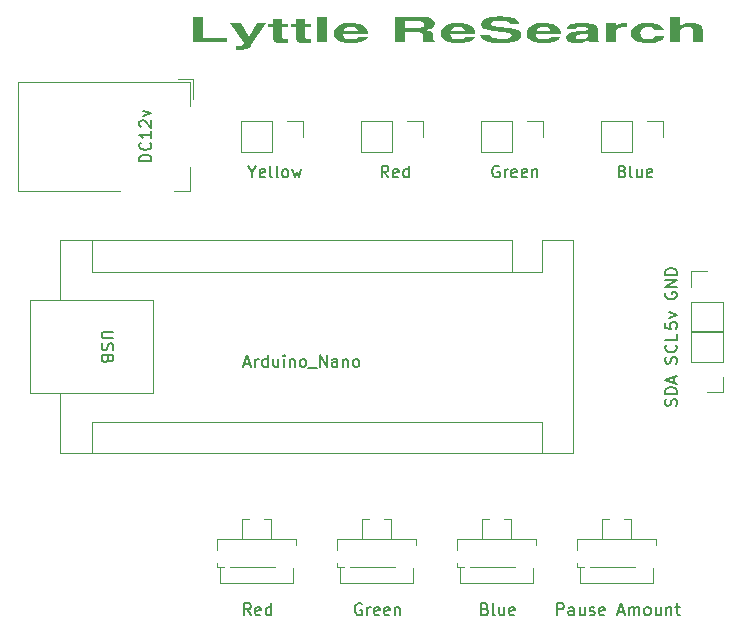
<source format=gbr>
%TF.GenerationSoftware,KiCad,Pcbnew,8.0.4*%
%TF.CreationDate,2024-08-02T12:11:39-04:00*%
%TF.ProjectId,LaserController5,4c617365-7243-46f6-9e74-726f6c6c6572,rev?*%
%TF.SameCoordinates,Original*%
%TF.FileFunction,Legend,Top*%
%TF.FilePolarity,Positive*%
%FSLAX46Y46*%
G04 Gerber Fmt 4.6, Leading zero omitted, Abs format (unit mm)*
G04 Created by KiCad (PCBNEW 8.0.4) date 2024-08-02 12:11:39*
%MOMM*%
%LPD*%
G01*
G04 APERTURE LIST*
%ADD10C,0.300000*%
%ADD11C,0.150000*%
%ADD12C,0.120000*%
G04 APERTURE END LIST*
D10*
G36*
X122461574Y-71136468D02*
G01*
X122461574Y-72941911D01*
X124474379Y-72941911D01*
X124474379Y-73303000D01*
X121596368Y-73303000D01*
X121596368Y-71136468D01*
X122461574Y-71136468D01*
G37*
G36*
X125904372Y-73337364D02*
G01*
X125904372Y-73325568D01*
X124745757Y-71694514D01*
X125633995Y-71694514D01*
X126319951Y-72835226D01*
X126965852Y-71694514D01*
X127797010Y-71694514D01*
X126516225Y-73553812D01*
X126493193Y-73593307D01*
X126455140Y-73642546D01*
X126409076Y-73695376D01*
X126342983Y-73752822D01*
X126250855Y-73804113D01*
X126120674Y-73854891D01*
X125956445Y-73891307D01*
X125758180Y-73917484D01*
X125743147Y-73918491D01*
X125539763Y-73926305D01*
X125477778Y-73926698D01*
X125277371Y-73920074D01*
X125189376Y-73913875D01*
X125189376Y-73580997D01*
X125391747Y-73598368D01*
X125402673Y-73598436D01*
X125609800Y-73577156D01*
X125760171Y-73523038D01*
X125872687Y-73433084D01*
X125904372Y-73337364D01*
G37*
G36*
X129612540Y-71760166D02*
G01*
X129612540Y-72022776D01*
X129162914Y-72022776D01*
X129162914Y-72870103D01*
X129183254Y-72972605D01*
X129214986Y-73007563D01*
X129408557Y-73040261D01*
X129428283Y-73040390D01*
X129612540Y-73031670D01*
X129612540Y-73334800D01*
X129412251Y-73359098D01*
X129212326Y-73368123D01*
X129145890Y-73368652D01*
X128917984Y-73359561D01*
X128695487Y-73324651D01*
X128528614Y-73263559D01*
X128417365Y-73176284D01*
X128361740Y-73062826D01*
X128354787Y-72996279D01*
X128354787Y-72022776D01*
X127957233Y-72022776D01*
X127957233Y-71760166D01*
X128354787Y-71760166D01*
X128354787Y-71333425D01*
X129162914Y-71333425D01*
X129162914Y-71760166D01*
X129612540Y-71760166D01*
G37*
G36*
X131551242Y-71760166D02*
G01*
X131551242Y-72022776D01*
X131101616Y-72022776D01*
X131101616Y-72870103D01*
X131121956Y-72972605D01*
X131153688Y-73007563D01*
X131347259Y-73040261D01*
X131366985Y-73040390D01*
X131551242Y-73031670D01*
X131551242Y-73334800D01*
X131350953Y-73359098D01*
X131151028Y-73368123D01*
X131084592Y-73368652D01*
X130856686Y-73359561D01*
X130634189Y-73324651D01*
X130467316Y-73263559D01*
X130356067Y-73176284D01*
X130300442Y-73062826D01*
X130293489Y-72996279D01*
X130293489Y-72022776D01*
X129895935Y-72022776D01*
X129895935Y-71760166D01*
X130293489Y-71760166D01*
X130293489Y-71333425D01*
X131101616Y-71333425D01*
X131101616Y-71760166D01*
X131551242Y-71760166D01*
G37*
G36*
X132896117Y-71136468D02*
G01*
X132896117Y-73303000D01*
X132087990Y-73303000D01*
X132087990Y-71136468D01*
X132896117Y-71136468D01*
G37*
G36*
X135147493Y-71668346D02*
G01*
X135328507Y-71685281D01*
X135521025Y-71718492D01*
X135705604Y-71767096D01*
X135718050Y-71770937D01*
X135882451Y-71831819D01*
X136026918Y-71905857D01*
X136064533Y-71929427D01*
X136175047Y-72017684D01*
X136260924Y-72117485D01*
X136303866Y-72183830D01*
X136352449Y-72287073D01*
X136383039Y-72399332D01*
X136395185Y-72508074D01*
X136395995Y-72545944D01*
X136389986Y-72613648D01*
X134302076Y-72613648D01*
X134317019Y-72720318D01*
X134333119Y-72774702D01*
X134394705Y-72874046D01*
X134425248Y-72906520D01*
X134560812Y-72986726D01*
X134621521Y-73006025D01*
X134820848Y-73036329D01*
X134947976Y-73040390D01*
X135159646Y-73030131D01*
X135351991Y-72994067D01*
X135508850Y-72923542D01*
X135564836Y-72876258D01*
X136360946Y-72876258D01*
X136278581Y-72983136D01*
X136163671Y-73078601D01*
X136016215Y-73162655D01*
X135836214Y-73235295D01*
X135658150Y-73287258D01*
X135467435Y-73326457D01*
X135264069Y-73352894D01*
X135048053Y-73366568D01*
X134918936Y-73368652D01*
X134718642Y-73363180D01*
X134496426Y-73342166D01*
X134293996Y-73305393D01*
X134111350Y-73252860D01*
X133948491Y-73184567D01*
X133874480Y-73144510D01*
X133745159Y-73054579D01*
X133642595Y-72952890D01*
X133566786Y-72839445D01*
X133524050Y-72735926D01*
X133499896Y-72624243D01*
X133493950Y-72529018D01*
X133503387Y-72407352D01*
X133517452Y-72351039D01*
X134313092Y-72351039D01*
X135553821Y-72351039D01*
X135518473Y-72241245D01*
X135444823Y-72142899D01*
X135365558Y-72083812D01*
X135203348Y-72019649D01*
X135010161Y-71992242D01*
X134924944Y-71989950D01*
X134714261Y-72007229D01*
X134526171Y-72069291D01*
X134407696Y-72160621D01*
X134340395Y-72266408D01*
X134313092Y-72351039D01*
X133517452Y-72351039D01*
X133531698Y-72294001D01*
X133578883Y-72188965D01*
X133660418Y-72073897D01*
X133769132Y-71970802D01*
X133880489Y-71894036D01*
X134035369Y-71815074D01*
X134210104Y-71752449D01*
X134404696Y-71706160D01*
X134619143Y-71676209D01*
X134853446Y-71662595D01*
X134935960Y-71661688D01*
X135147493Y-71668346D01*
G37*
G36*
X141131022Y-71143135D02*
G01*
X141337700Y-71165614D01*
X141476075Y-71192888D01*
X141658192Y-71249128D01*
X141804397Y-71324637D01*
X141827565Y-71341632D01*
X141929206Y-71433956D01*
X141997802Y-71527305D01*
X142038433Y-71628660D01*
X142049875Y-71721698D01*
X142032541Y-71840509D01*
X141980540Y-71946898D01*
X141893871Y-72040864D01*
X141744108Y-72137227D01*
X141581171Y-72203865D01*
X141383566Y-72258082D01*
X141339885Y-72267434D01*
X141528022Y-72308403D01*
X141570206Y-72318725D01*
X141723420Y-72381813D01*
X141827565Y-72461314D01*
X141871501Y-72562663D01*
X141879637Y-72590568D01*
X141902274Y-72695351D01*
X141910681Y-72775728D01*
X141916313Y-72880592D01*
X141920820Y-72992234D01*
X141922697Y-73046032D01*
X141963403Y-73146845D01*
X142107955Y-73223498D01*
X142107955Y-73303000D01*
X141178660Y-73303000D01*
X141096802Y-73204671D01*
X141072512Y-73155281D01*
X141051460Y-73050335D01*
X141046501Y-72943051D01*
X141046476Y-72933704D01*
X141048843Y-72830341D01*
X141051483Y-72795219D01*
X141057491Y-72706485D01*
X141033149Y-72601986D01*
X140930314Y-72510041D01*
X140752164Y-72462816D01*
X140539242Y-72449576D01*
X140521745Y-72449517D01*
X139529362Y-72449517D01*
X139529362Y-73303000D01*
X138664156Y-73303000D01*
X138664156Y-72088429D01*
X139529362Y-72088429D01*
X140572816Y-72088429D01*
X140780950Y-72080134D01*
X140980124Y-72046437D01*
X141031455Y-72029444D01*
X141146365Y-71939300D01*
X141182275Y-71830796D01*
X141184669Y-71786838D01*
X141166919Y-71680763D01*
X141085507Y-71580656D01*
X141034459Y-71555002D01*
X140844444Y-71511918D01*
X140629963Y-71498061D01*
X140572816Y-71497556D01*
X139529362Y-71497556D01*
X139529362Y-72088429D01*
X138664156Y-72088429D01*
X138664156Y-71136468D01*
X140919299Y-71136468D01*
X141131022Y-71143135D01*
G37*
G36*
X144228149Y-71668346D02*
G01*
X144409163Y-71685281D01*
X144601681Y-71718492D01*
X144786260Y-71767096D01*
X144798706Y-71770937D01*
X144963107Y-71831819D01*
X145107574Y-71905857D01*
X145145189Y-71929427D01*
X145255703Y-72017684D01*
X145341580Y-72117485D01*
X145384522Y-72183830D01*
X145433105Y-72287073D01*
X145463695Y-72399332D01*
X145475841Y-72508074D01*
X145476651Y-72545944D01*
X145470642Y-72613648D01*
X143382732Y-72613648D01*
X143397675Y-72720318D01*
X143413775Y-72774702D01*
X143475361Y-72874046D01*
X143505904Y-72906520D01*
X143641468Y-72986726D01*
X143702177Y-73006025D01*
X143901504Y-73036329D01*
X144028632Y-73040390D01*
X144240302Y-73030131D01*
X144432647Y-72994067D01*
X144589506Y-72923542D01*
X144645492Y-72876258D01*
X145441602Y-72876258D01*
X145359237Y-72983136D01*
X145244327Y-73078601D01*
X145096871Y-73162655D01*
X144916870Y-73235295D01*
X144738806Y-73287258D01*
X144548091Y-73326457D01*
X144344725Y-73352894D01*
X144128709Y-73366568D01*
X143999592Y-73368652D01*
X143799298Y-73363180D01*
X143577082Y-73342166D01*
X143374652Y-73305393D01*
X143192006Y-73252860D01*
X143029147Y-73184567D01*
X142955136Y-73144510D01*
X142825815Y-73054579D01*
X142723251Y-72952890D01*
X142647442Y-72839445D01*
X142604706Y-72735926D01*
X142580552Y-72624243D01*
X142574606Y-72529018D01*
X142584043Y-72407352D01*
X142598108Y-72351039D01*
X143393748Y-72351039D01*
X144634477Y-72351039D01*
X144599129Y-72241245D01*
X144525479Y-72142899D01*
X144446214Y-72083812D01*
X144284004Y-72019649D01*
X144090817Y-71992242D01*
X144005600Y-71989950D01*
X143794917Y-72007229D01*
X143606827Y-72069291D01*
X143488352Y-72160621D01*
X143421051Y-72266408D01*
X143393748Y-72351039D01*
X142598108Y-72351039D01*
X142612354Y-72294001D01*
X142659539Y-72188965D01*
X142741074Y-72073897D01*
X142849788Y-71970802D01*
X142961145Y-71894036D01*
X143116025Y-71815074D01*
X143290760Y-71752449D01*
X143485352Y-71706160D01*
X143699799Y-71676209D01*
X143934102Y-71662595D01*
X144016616Y-71661688D01*
X144228149Y-71668346D01*
G37*
G36*
X149235890Y-71792993D02*
G01*
X148428765Y-71792993D01*
X148383714Y-71681435D01*
X148260940Y-71580455D01*
X148095522Y-71518906D01*
X147874550Y-71480438D01*
X147647970Y-71466012D01*
X147546535Y-71464730D01*
X147332919Y-71473397D01*
X147137131Y-71502621D01*
X147015796Y-71538076D01*
X146874916Y-71617289D01*
X146820289Y-71718366D01*
X146819522Y-71733495D01*
X146861330Y-71837744D01*
X146986755Y-71911475D01*
X147171221Y-71956873D01*
X147379246Y-71989491D01*
X147587066Y-72014143D01*
X147615632Y-72017134D01*
X148272547Y-72080222D01*
X148479942Y-72104962D01*
X148693692Y-72140936D01*
X148877062Y-72184567D01*
X149049427Y-72243808D01*
X149120729Y-72277180D01*
X149249009Y-72363715D01*
X149335306Y-72468102D01*
X149376770Y-72575877D01*
X149386099Y-72665965D01*
X149370081Y-72784766D01*
X149322026Y-72893433D01*
X149241933Y-72991966D01*
X149129805Y-73080365D01*
X148985639Y-73158629D01*
X148930464Y-73182466D01*
X148747033Y-73245740D01*
X148538465Y-73295923D01*
X148345456Y-73327742D01*
X148134992Y-73350470D01*
X147907072Y-73364106D01*
X147661696Y-73368652D01*
X147417982Y-73364319D01*
X147191920Y-73351321D01*
X146983509Y-73329658D01*
X146756717Y-73292223D01*
X146555342Y-73242311D01*
X146406947Y-73191185D01*
X146253722Y-73119117D01*
X146129013Y-73036014D01*
X146032820Y-72941875D01*
X145965144Y-72836700D01*
X145925984Y-72720490D01*
X145919267Y-72679301D01*
X146761441Y-72679301D01*
X146803190Y-72780350D01*
X146907843Y-72870126D01*
X147026811Y-72923446D01*
X147216611Y-72971337D01*
X147429407Y-72997624D01*
X147653700Y-73007235D01*
X147707760Y-73007563D01*
X147915498Y-73001559D01*
X148115660Y-72980802D01*
X148313255Y-72936323D01*
X148327624Y-72931653D01*
X148475451Y-72860410D01*
X148550368Y-72762292D01*
X148555942Y-72721872D01*
X148516556Y-72614507D01*
X148387720Y-72528306D01*
X148376692Y-72523889D01*
X148189887Y-72471621D01*
X147989060Y-72437981D01*
X147792630Y-72415181D01*
X147765841Y-72412588D01*
X147177020Y-72354629D01*
X146950017Y-72328657D01*
X146748924Y-72297672D01*
X146547064Y-72255187D01*
X146359553Y-72198278D01*
X146265750Y-72158184D01*
X146134567Y-72073430D01*
X146046316Y-71969768D01*
X146003913Y-71861753D01*
X145994372Y-71770937D01*
X146009053Y-71656560D01*
X146053095Y-71552318D01*
X146141586Y-71443509D01*
X146270041Y-71348494D01*
X146411954Y-71278031D01*
X146580787Y-71218766D01*
X146773348Y-71171762D01*
X146989638Y-71137021D01*
X147188005Y-71117436D01*
X147402851Y-71106366D01*
X147586591Y-71103642D01*
X147788890Y-71106910D01*
X147997399Y-71117601D01*
X148010182Y-71118516D01*
X148208138Y-71138854D01*
X148402824Y-71170242D01*
X148445789Y-71178526D01*
X148635244Y-71223574D01*
X148811432Y-71283170D01*
X148843343Y-71296496D01*
X148988022Y-71376580D01*
X149093833Y-71465860D01*
X149122732Y-71497043D01*
X149191688Y-71598768D01*
X149226939Y-71701773D01*
X149235890Y-71792993D01*
G37*
G36*
X151478253Y-71668346D02*
G01*
X151659267Y-71685281D01*
X151851786Y-71718492D01*
X152036364Y-71767096D01*
X152048810Y-71770937D01*
X152213211Y-71831819D01*
X152357678Y-71905857D01*
X152395293Y-71929427D01*
X152505808Y-72017684D01*
X152591685Y-72117485D01*
X152634627Y-72183830D01*
X152683210Y-72287073D01*
X152713800Y-72399332D01*
X152725945Y-72508074D01*
X152726755Y-72545944D01*
X152720747Y-72613648D01*
X150632837Y-72613648D01*
X150647780Y-72720318D01*
X150663880Y-72774702D01*
X150725466Y-72874046D01*
X150756009Y-72906520D01*
X150891572Y-72986726D01*
X150952282Y-73006025D01*
X151151609Y-73036329D01*
X151278737Y-73040390D01*
X151490407Y-73030131D01*
X151682751Y-72994067D01*
X151839611Y-72923542D01*
X151895597Y-72876258D01*
X152691706Y-72876258D01*
X152609342Y-72983136D01*
X152494431Y-73078601D01*
X152346976Y-73162655D01*
X152166975Y-73235295D01*
X151988910Y-73287258D01*
X151798195Y-73326457D01*
X151594830Y-73352894D01*
X151378814Y-73366568D01*
X151249697Y-73368652D01*
X151049403Y-73363180D01*
X150827187Y-73342166D01*
X150624756Y-73305393D01*
X150442111Y-73252860D01*
X150279251Y-73184567D01*
X150205241Y-73144510D01*
X150075920Y-73054579D01*
X149973355Y-72952890D01*
X149897546Y-72839445D01*
X149854811Y-72735926D01*
X149830656Y-72624243D01*
X149824711Y-72529018D01*
X149834148Y-72407352D01*
X149848212Y-72351039D01*
X150643852Y-72351039D01*
X151884581Y-72351039D01*
X151849233Y-72241245D01*
X151775584Y-72142899D01*
X151696319Y-72083812D01*
X151534109Y-72019649D01*
X151340921Y-71992242D01*
X151255705Y-71989950D01*
X151045022Y-72007229D01*
X150856931Y-72069291D01*
X150738457Y-72160621D01*
X150671156Y-72266408D01*
X150643852Y-72351039D01*
X149848212Y-72351039D01*
X149862458Y-72294001D01*
X149909643Y-72188965D01*
X149991179Y-72073897D01*
X150099893Y-71970802D01*
X150211249Y-71894036D01*
X150366129Y-71815074D01*
X150540865Y-71752449D01*
X150735456Y-71706160D01*
X150949904Y-71676209D01*
X151184207Y-71662595D01*
X151266720Y-71661688D01*
X151478253Y-71668346D01*
G37*
G36*
X154799143Y-71665988D02*
G01*
X155004551Y-71678890D01*
X155243572Y-71709472D01*
X155442755Y-71755346D01*
X155635715Y-71834191D01*
X155766429Y-71936928D01*
X155826184Y-72036320D01*
X155846103Y-72151004D01*
X155846103Y-73060906D01*
X155892167Y-73162847D01*
X156019023Y-73247935D01*
X156030360Y-73253247D01*
X156030360Y-73303000D01*
X155154138Y-73303000D01*
X155072896Y-73208805D01*
X155062010Y-73145536D01*
X154898763Y-73221361D01*
X154728968Y-73281497D01*
X154522597Y-73331829D01*
X154307314Y-73360808D01*
X154115691Y-73368652D01*
X153912783Y-73360477D01*
X153709349Y-73331739D01*
X153532214Y-73282309D01*
X153428734Y-73237860D01*
X153303359Y-73157388D01*
X153219016Y-73063689D01*
X153175704Y-72956764D01*
X153169372Y-72891646D01*
X153176154Y-72842919D01*
X153977498Y-72842919D01*
X154028388Y-72946402D01*
X154095663Y-72987560D01*
X154276227Y-73032960D01*
X154416110Y-73040390D01*
X154625746Y-73026325D01*
X154808991Y-72979344D01*
X154888768Y-72940372D01*
X154997045Y-72844724D01*
X155045549Y-72741972D01*
X155056002Y-72654681D01*
X155056002Y-72539277D01*
X154860125Y-72573851D01*
X154715527Y-72591080D01*
X154439142Y-72618265D01*
X154245333Y-72646763D01*
X154080642Y-72697253D01*
X153987571Y-72788362D01*
X153977498Y-72842919D01*
X153176154Y-72842919D01*
X153183705Y-72788663D01*
X153241930Y-72675397D01*
X153344945Y-72579312D01*
X153492749Y-72500407D01*
X153685341Y-72438682D01*
X153922723Y-72394138D01*
X154086651Y-72375658D01*
X154410101Y-72345397D01*
X154525262Y-72337703D01*
X154657446Y-72325393D01*
X154769602Y-72312057D01*
X154887767Y-72290515D01*
X154971884Y-72258715D01*
X155037976Y-72213066D01*
X155056002Y-72154081D01*
X154990238Y-72054064D01*
X154814412Y-72002933D01*
X154588350Y-71989950D01*
X154374491Y-71996976D01*
X154175511Y-72029902D01*
X154167764Y-72032521D01*
X154048406Y-72118217D01*
X154017554Y-72186907D01*
X153239470Y-72186907D01*
X153276709Y-72063809D01*
X153350875Y-71957124D01*
X153461967Y-71866852D01*
X153609986Y-71792993D01*
X153794931Y-71735547D01*
X154016803Y-71694514D01*
X154275601Y-71669894D01*
X154493933Y-71662200D01*
X154571326Y-71661688D01*
X154799143Y-71665988D01*
G37*
G36*
X156562101Y-71694514D02*
G01*
X157370227Y-71694514D01*
X157370227Y-71962253D01*
X157469849Y-71871215D01*
X157606328Y-71789458D01*
X157727725Y-71740163D01*
X157907085Y-71692342D01*
X158116328Y-71665443D01*
X158235433Y-71661688D01*
X158333570Y-71664252D01*
X158333570Y-72034573D01*
X158129036Y-72023341D01*
X158079215Y-72022776D01*
X157874966Y-72032155D01*
X157675563Y-72068171D01*
X157505932Y-72144330D01*
X157414539Y-72238872D01*
X157372996Y-72360425D01*
X157370227Y-72406946D01*
X157370227Y-73303000D01*
X156562101Y-73303000D01*
X156562101Y-71694514D01*
G37*
G36*
X160130073Y-71989950D02*
G01*
X159906825Y-72008847D01*
X159729765Y-72065540D01*
X159598896Y-72160028D01*
X159525121Y-72267639D01*
X159489196Y-72372625D01*
X159473799Y-72494409D01*
X159473158Y-72527480D01*
X159484111Y-72640833D01*
X159522616Y-72753028D01*
X159597917Y-72858655D01*
X159648402Y-72903956D01*
X159784835Y-72981632D01*
X159968490Y-73029597D01*
X160130073Y-73040390D01*
X160329468Y-73026978D01*
X160499588Y-72979353D01*
X160624424Y-72892065D01*
X160697384Y-72795036D01*
X160706877Y-72777780D01*
X161479955Y-72777780D01*
X161440176Y-72891711D01*
X161370783Y-72994745D01*
X161271777Y-73086881D01*
X161143157Y-73168120D01*
X161056364Y-73209650D01*
X160886528Y-73271605D01*
X160697716Y-73318343D01*
X160489928Y-73349864D01*
X160263165Y-73366168D01*
X160125066Y-73368652D01*
X159916333Y-73363267D01*
X159685668Y-73342591D01*
X159476619Y-73306407D01*
X159289186Y-73254715D01*
X159123369Y-73187516D01*
X159048566Y-73148101D01*
X158918224Y-73058926D01*
X158814850Y-72957202D01*
X158738442Y-72842927D01*
X158695370Y-72738111D01*
X158671024Y-72624580D01*
X158665032Y-72527480D01*
X158674469Y-72403292D01*
X158702779Y-72288145D01*
X158749964Y-72182039D01*
X158816023Y-72084975D01*
X158920208Y-71980431D01*
X159051570Y-71888907D01*
X159207471Y-71811688D01*
X159385270Y-71750445D01*
X159584966Y-71705179D01*
X159806560Y-71675889D01*
X160007949Y-71663685D01*
X160136082Y-71661688D01*
X160346821Y-71667205D01*
X160572927Y-71687591D01*
X160777757Y-71722996D01*
X160961312Y-71773423D01*
X161079397Y-71818638D01*
X161221782Y-71892872D01*
X161333501Y-71978690D01*
X161414551Y-72076093D01*
X161464934Y-72185080D01*
X161479955Y-72252560D01*
X160706877Y-72252560D01*
X160640655Y-72150667D01*
X160531472Y-72062447D01*
X160507600Y-72050473D01*
X160324567Y-72001535D01*
X160130073Y-71989950D01*
G37*
G36*
X163936378Y-72320264D02*
G01*
X163912659Y-72204348D01*
X163827462Y-72106735D01*
X163657552Y-72041369D01*
X163440688Y-72022776D01*
X163235893Y-72037505D01*
X163050463Y-72086312D01*
X162993064Y-72112023D01*
X162873268Y-72199243D01*
X162820558Y-72304724D01*
X162817819Y-72338216D01*
X162817819Y-73303000D01*
X162009693Y-73303000D01*
X162009693Y-71136468D01*
X162817819Y-71136468D01*
X162817819Y-71925836D01*
X162951764Y-71836067D01*
X163102748Y-71764871D01*
X163300431Y-71705282D01*
X163521308Y-71670974D01*
X163729089Y-71661688D01*
X163930041Y-71669802D01*
X164077575Y-71687333D01*
X164271315Y-71728931D01*
X164401026Y-71770937D01*
X164543475Y-71843642D01*
X164646553Y-71938588D01*
X164652376Y-71945840D01*
X164712026Y-72047381D01*
X164740096Y-72153433D01*
X164744505Y-72220759D01*
X164744505Y-73303000D01*
X163936378Y-73303000D01*
X163936378Y-72320264D01*
G37*
D11*
X118054819Y-83375237D02*
X117054819Y-83375237D01*
X117054819Y-83375237D02*
X117054819Y-83137142D01*
X117054819Y-83137142D02*
X117102438Y-82994285D01*
X117102438Y-82994285D02*
X117197676Y-82899047D01*
X117197676Y-82899047D02*
X117292914Y-82851428D01*
X117292914Y-82851428D02*
X117483390Y-82803809D01*
X117483390Y-82803809D02*
X117626247Y-82803809D01*
X117626247Y-82803809D02*
X117816723Y-82851428D01*
X117816723Y-82851428D02*
X117911961Y-82899047D01*
X117911961Y-82899047D02*
X118007200Y-82994285D01*
X118007200Y-82994285D02*
X118054819Y-83137142D01*
X118054819Y-83137142D02*
X118054819Y-83375237D01*
X117959580Y-81803809D02*
X118007200Y-81851428D01*
X118007200Y-81851428D02*
X118054819Y-81994285D01*
X118054819Y-81994285D02*
X118054819Y-82089523D01*
X118054819Y-82089523D02*
X118007200Y-82232380D01*
X118007200Y-82232380D02*
X117911961Y-82327618D01*
X117911961Y-82327618D02*
X117816723Y-82375237D01*
X117816723Y-82375237D02*
X117626247Y-82422856D01*
X117626247Y-82422856D02*
X117483390Y-82422856D01*
X117483390Y-82422856D02*
X117292914Y-82375237D01*
X117292914Y-82375237D02*
X117197676Y-82327618D01*
X117197676Y-82327618D02*
X117102438Y-82232380D01*
X117102438Y-82232380D02*
X117054819Y-82089523D01*
X117054819Y-82089523D02*
X117054819Y-81994285D01*
X117054819Y-81994285D02*
X117102438Y-81851428D01*
X117102438Y-81851428D02*
X117150057Y-81803809D01*
X118054819Y-80851428D02*
X118054819Y-81422856D01*
X118054819Y-81137142D02*
X117054819Y-81137142D01*
X117054819Y-81137142D02*
X117197676Y-81232380D01*
X117197676Y-81232380D02*
X117292914Y-81327618D01*
X117292914Y-81327618D02*
X117340533Y-81422856D01*
X117150057Y-80470475D02*
X117102438Y-80422856D01*
X117102438Y-80422856D02*
X117054819Y-80327618D01*
X117054819Y-80327618D02*
X117054819Y-80089523D01*
X117054819Y-80089523D02*
X117102438Y-79994285D01*
X117102438Y-79994285D02*
X117150057Y-79946666D01*
X117150057Y-79946666D02*
X117245295Y-79899047D01*
X117245295Y-79899047D02*
X117340533Y-79899047D01*
X117340533Y-79899047D02*
X117483390Y-79946666D01*
X117483390Y-79946666D02*
X118054819Y-80518094D01*
X118054819Y-80518094D02*
X118054819Y-79899047D01*
X117388152Y-79565713D02*
X118054819Y-79327618D01*
X118054819Y-79327618D02*
X117388152Y-79089523D01*
X161554819Y-97027619D02*
X161554819Y-97503809D01*
X161554819Y-97503809D02*
X162031009Y-97551428D01*
X162031009Y-97551428D02*
X161983390Y-97503809D01*
X161983390Y-97503809D02*
X161935771Y-97408571D01*
X161935771Y-97408571D02*
X161935771Y-97170476D01*
X161935771Y-97170476D02*
X161983390Y-97075238D01*
X161983390Y-97075238D02*
X162031009Y-97027619D01*
X162031009Y-97027619D02*
X162126247Y-96980000D01*
X162126247Y-96980000D02*
X162364342Y-96980000D01*
X162364342Y-96980000D02*
X162459580Y-97027619D01*
X162459580Y-97027619D02*
X162507200Y-97075238D01*
X162507200Y-97075238D02*
X162554819Y-97170476D01*
X162554819Y-97170476D02*
X162554819Y-97408571D01*
X162554819Y-97408571D02*
X162507200Y-97503809D01*
X162507200Y-97503809D02*
X162459580Y-97551428D01*
X161888152Y-96646666D02*
X162554819Y-96408571D01*
X162554819Y-96408571D02*
X161888152Y-96170476D01*
X161602438Y-94503809D02*
X161554819Y-94599047D01*
X161554819Y-94599047D02*
X161554819Y-94741904D01*
X161554819Y-94741904D02*
X161602438Y-94884761D01*
X161602438Y-94884761D02*
X161697676Y-94979999D01*
X161697676Y-94979999D02*
X161792914Y-95027618D01*
X161792914Y-95027618D02*
X161983390Y-95075237D01*
X161983390Y-95075237D02*
X162126247Y-95075237D01*
X162126247Y-95075237D02*
X162316723Y-95027618D01*
X162316723Y-95027618D02*
X162411961Y-94979999D01*
X162411961Y-94979999D02*
X162507200Y-94884761D01*
X162507200Y-94884761D02*
X162554819Y-94741904D01*
X162554819Y-94741904D02*
X162554819Y-94646666D01*
X162554819Y-94646666D02*
X162507200Y-94503809D01*
X162507200Y-94503809D02*
X162459580Y-94456190D01*
X162459580Y-94456190D02*
X162126247Y-94456190D01*
X162126247Y-94456190D02*
X162126247Y-94646666D01*
X162554819Y-94027618D02*
X161554819Y-94027618D01*
X161554819Y-94027618D02*
X162554819Y-93456190D01*
X162554819Y-93456190D02*
X161554819Y-93456190D01*
X162554819Y-92979999D02*
X161554819Y-92979999D01*
X161554819Y-92979999D02*
X161554819Y-92741904D01*
X161554819Y-92741904D02*
X161602438Y-92599047D01*
X161602438Y-92599047D02*
X161697676Y-92503809D01*
X161697676Y-92503809D02*
X161792914Y-92456190D01*
X161792914Y-92456190D02*
X161983390Y-92408571D01*
X161983390Y-92408571D02*
X162126247Y-92408571D01*
X162126247Y-92408571D02*
X162316723Y-92456190D01*
X162316723Y-92456190D02*
X162411961Y-92503809D01*
X162411961Y-92503809D02*
X162507200Y-92599047D01*
X162507200Y-92599047D02*
X162554819Y-92741904D01*
X162554819Y-92741904D02*
X162554819Y-92979999D01*
X162507200Y-104076190D02*
X162554819Y-103933333D01*
X162554819Y-103933333D02*
X162554819Y-103695238D01*
X162554819Y-103695238D02*
X162507200Y-103600000D01*
X162507200Y-103600000D02*
X162459580Y-103552381D01*
X162459580Y-103552381D02*
X162364342Y-103504762D01*
X162364342Y-103504762D02*
X162269104Y-103504762D01*
X162269104Y-103504762D02*
X162173866Y-103552381D01*
X162173866Y-103552381D02*
X162126247Y-103600000D01*
X162126247Y-103600000D02*
X162078628Y-103695238D01*
X162078628Y-103695238D02*
X162031009Y-103885714D01*
X162031009Y-103885714D02*
X161983390Y-103980952D01*
X161983390Y-103980952D02*
X161935771Y-104028571D01*
X161935771Y-104028571D02*
X161840533Y-104076190D01*
X161840533Y-104076190D02*
X161745295Y-104076190D01*
X161745295Y-104076190D02*
X161650057Y-104028571D01*
X161650057Y-104028571D02*
X161602438Y-103980952D01*
X161602438Y-103980952D02*
X161554819Y-103885714D01*
X161554819Y-103885714D02*
X161554819Y-103647619D01*
X161554819Y-103647619D02*
X161602438Y-103504762D01*
X162554819Y-103076190D02*
X161554819Y-103076190D01*
X161554819Y-103076190D02*
X161554819Y-102838095D01*
X161554819Y-102838095D02*
X161602438Y-102695238D01*
X161602438Y-102695238D02*
X161697676Y-102600000D01*
X161697676Y-102600000D02*
X161792914Y-102552381D01*
X161792914Y-102552381D02*
X161983390Y-102504762D01*
X161983390Y-102504762D02*
X162126247Y-102504762D01*
X162126247Y-102504762D02*
X162316723Y-102552381D01*
X162316723Y-102552381D02*
X162411961Y-102600000D01*
X162411961Y-102600000D02*
X162507200Y-102695238D01*
X162507200Y-102695238D02*
X162554819Y-102838095D01*
X162554819Y-102838095D02*
X162554819Y-103076190D01*
X162269104Y-102123809D02*
X162269104Y-101647619D01*
X162554819Y-102219047D02*
X161554819Y-101885714D01*
X161554819Y-101885714D02*
X162554819Y-101552381D01*
X162507200Y-100504761D02*
X162554819Y-100361904D01*
X162554819Y-100361904D02*
X162554819Y-100123809D01*
X162554819Y-100123809D02*
X162507200Y-100028571D01*
X162507200Y-100028571D02*
X162459580Y-99980952D01*
X162459580Y-99980952D02*
X162364342Y-99933333D01*
X162364342Y-99933333D02*
X162269104Y-99933333D01*
X162269104Y-99933333D02*
X162173866Y-99980952D01*
X162173866Y-99980952D02*
X162126247Y-100028571D01*
X162126247Y-100028571D02*
X162078628Y-100123809D01*
X162078628Y-100123809D02*
X162031009Y-100314285D01*
X162031009Y-100314285D02*
X161983390Y-100409523D01*
X161983390Y-100409523D02*
X161935771Y-100457142D01*
X161935771Y-100457142D02*
X161840533Y-100504761D01*
X161840533Y-100504761D02*
X161745295Y-100504761D01*
X161745295Y-100504761D02*
X161650057Y-100457142D01*
X161650057Y-100457142D02*
X161602438Y-100409523D01*
X161602438Y-100409523D02*
X161554819Y-100314285D01*
X161554819Y-100314285D02*
X161554819Y-100076190D01*
X161554819Y-100076190D02*
X161602438Y-99933333D01*
X162459580Y-98933333D02*
X162507200Y-98980952D01*
X162507200Y-98980952D02*
X162554819Y-99123809D01*
X162554819Y-99123809D02*
X162554819Y-99219047D01*
X162554819Y-99219047D02*
X162507200Y-99361904D01*
X162507200Y-99361904D02*
X162411961Y-99457142D01*
X162411961Y-99457142D02*
X162316723Y-99504761D01*
X162316723Y-99504761D02*
X162126247Y-99552380D01*
X162126247Y-99552380D02*
X161983390Y-99552380D01*
X161983390Y-99552380D02*
X161792914Y-99504761D01*
X161792914Y-99504761D02*
X161697676Y-99457142D01*
X161697676Y-99457142D02*
X161602438Y-99361904D01*
X161602438Y-99361904D02*
X161554819Y-99219047D01*
X161554819Y-99219047D02*
X161554819Y-99123809D01*
X161554819Y-99123809D02*
X161602438Y-98980952D01*
X161602438Y-98980952D02*
X161650057Y-98933333D01*
X162554819Y-98028571D02*
X162554819Y-98504761D01*
X162554819Y-98504761D02*
X161554819Y-98504761D01*
X157948571Y-84211009D02*
X158091428Y-84258628D01*
X158091428Y-84258628D02*
X158139047Y-84306247D01*
X158139047Y-84306247D02*
X158186666Y-84401485D01*
X158186666Y-84401485D02*
X158186666Y-84544342D01*
X158186666Y-84544342D02*
X158139047Y-84639580D01*
X158139047Y-84639580D02*
X158091428Y-84687200D01*
X158091428Y-84687200D02*
X157996190Y-84734819D01*
X157996190Y-84734819D02*
X157615238Y-84734819D01*
X157615238Y-84734819D02*
X157615238Y-83734819D01*
X157615238Y-83734819D02*
X157948571Y-83734819D01*
X157948571Y-83734819D02*
X158043809Y-83782438D01*
X158043809Y-83782438D02*
X158091428Y-83830057D01*
X158091428Y-83830057D02*
X158139047Y-83925295D01*
X158139047Y-83925295D02*
X158139047Y-84020533D01*
X158139047Y-84020533D02*
X158091428Y-84115771D01*
X158091428Y-84115771D02*
X158043809Y-84163390D01*
X158043809Y-84163390D02*
X157948571Y-84211009D01*
X157948571Y-84211009D02*
X157615238Y-84211009D01*
X158758095Y-84734819D02*
X158662857Y-84687200D01*
X158662857Y-84687200D02*
X158615238Y-84591961D01*
X158615238Y-84591961D02*
X158615238Y-83734819D01*
X159567619Y-84068152D02*
X159567619Y-84734819D01*
X159139048Y-84068152D02*
X159139048Y-84591961D01*
X159139048Y-84591961D02*
X159186667Y-84687200D01*
X159186667Y-84687200D02*
X159281905Y-84734819D01*
X159281905Y-84734819D02*
X159424762Y-84734819D01*
X159424762Y-84734819D02*
X159520000Y-84687200D01*
X159520000Y-84687200D02*
X159567619Y-84639580D01*
X160424762Y-84687200D02*
X160329524Y-84734819D01*
X160329524Y-84734819D02*
X160139048Y-84734819D01*
X160139048Y-84734819D02*
X160043810Y-84687200D01*
X160043810Y-84687200D02*
X159996191Y-84591961D01*
X159996191Y-84591961D02*
X159996191Y-84211009D01*
X159996191Y-84211009D02*
X160043810Y-84115771D01*
X160043810Y-84115771D02*
X160139048Y-84068152D01*
X160139048Y-84068152D02*
X160329524Y-84068152D01*
X160329524Y-84068152D02*
X160424762Y-84115771D01*
X160424762Y-84115771D02*
X160472381Y-84211009D01*
X160472381Y-84211009D02*
X160472381Y-84306247D01*
X160472381Y-84306247D02*
X159996191Y-84401485D01*
X147502856Y-83782438D02*
X147407618Y-83734819D01*
X147407618Y-83734819D02*
X147264761Y-83734819D01*
X147264761Y-83734819D02*
X147121904Y-83782438D01*
X147121904Y-83782438D02*
X147026666Y-83877676D01*
X147026666Y-83877676D02*
X146979047Y-83972914D01*
X146979047Y-83972914D02*
X146931428Y-84163390D01*
X146931428Y-84163390D02*
X146931428Y-84306247D01*
X146931428Y-84306247D02*
X146979047Y-84496723D01*
X146979047Y-84496723D02*
X147026666Y-84591961D01*
X147026666Y-84591961D02*
X147121904Y-84687200D01*
X147121904Y-84687200D02*
X147264761Y-84734819D01*
X147264761Y-84734819D02*
X147359999Y-84734819D01*
X147359999Y-84734819D02*
X147502856Y-84687200D01*
X147502856Y-84687200D02*
X147550475Y-84639580D01*
X147550475Y-84639580D02*
X147550475Y-84306247D01*
X147550475Y-84306247D02*
X147359999Y-84306247D01*
X147979047Y-84734819D02*
X147979047Y-84068152D01*
X147979047Y-84258628D02*
X148026666Y-84163390D01*
X148026666Y-84163390D02*
X148074285Y-84115771D01*
X148074285Y-84115771D02*
X148169523Y-84068152D01*
X148169523Y-84068152D02*
X148264761Y-84068152D01*
X148979047Y-84687200D02*
X148883809Y-84734819D01*
X148883809Y-84734819D02*
X148693333Y-84734819D01*
X148693333Y-84734819D02*
X148598095Y-84687200D01*
X148598095Y-84687200D02*
X148550476Y-84591961D01*
X148550476Y-84591961D02*
X148550476Y-84211009D01*
X148550476Y-84211009D02*
X148598095Y-84115771D01*
X148598095Y-84115771D02*
X148693333Y-84068152D01*
X148693333Y-84068152D02*
X148883809Y-84068152D01*
X148883809Y-84068152D02*
X148979047Y-84115771D01*
X148979047Y-84115771D02*
X149026666Y-84211009D01*
X149026666Y-84211009D02*
X149026666Y-84306247D01*
X149026666Y-84306247D02*
X148550476Y-84401485D01*
X149836190Y-84687200D02*
X149740952Y-84734819D01*
X149740952Y-84734819D02*
X149550476Y-84734819D01*
X149550476Y-84734819D02*
X149455238Y-84687200D01*
X149455238Y-84687200D02*
X149407619Y-84591961D01*
X149407619Y-84591961D02*
X149407619Y-84211009D01*
X149407619Y-84211009D02*
X149455238Y-84115771D01*
X149455238Y-84115771D02*
X149550476Y-84068152D01*
X149550476Y-84068152D02*
X149740952Y-84068152D01*
X149740952Y-84068152D02*
X149836190Y-84115771D01*
X149836190Y-84115771D02*
X149883809Y-84211009D01*
X149883809Y-84211009D02*
X149883809Y-84306247D01*
X149883809Y-84306247D02*
X149407619Y-84401485D01*
X150312381Y-84068152D02*
X150312381Y-84734819D01*
X150312381Y-84163390D02*
X150360000Y-84115771D01*
X150360000Y-84115771D02*
X150455238Y-84068152D01*
X150455238Y-84068152D02*
X150598095Y-84068152D01*
X150598095Y-84068152D02*
X150693333Y-84115771D01*
X150693333Y-84115771D02*
X150740952Y-84211009D01*
X150740952Y-84211009D02*
X150740952Y-84734819D01*
X138128571Y-84734819D02*
X137795238Y-84258628D01*
X137557143Y-84734819D02*
X137557143Y-83734819D01*
X137557143Y-83734819D02*
X137938095Y-83734819D01*
X137938095Y-83734819D02*
X138033333Y-83782438D01*
X138033333Y-83782438D02*
X138080952Y-83830057D01*
X138080952Y-83830057D02*
X138128571Y-83925295D01*
X138128571Y-83925295D02*
X138128571Y-84068152D01*
X138128571Y-84068152D02*
X138080952Y-84163390D01*
X138080952Y-84163390D02*
X138033333Y-84211009D01*
X138033333Y-84211009D02*
X137938095Y-84258628D01*
X137938095Y-84258628D02*
X137557143Y-84258628D01*
X138938095Y-84687200D02*
X138842857Y-84734819D01*
X138842857Y-84734819D02*
X138652381Y-84734819D01*
X138652381Y-84734819D02*
X138557143Y-84687200D01*
X138557143Y-84687200D02*
X138509524Y-84591961D01*
X138509524Y-84591961D02*
X138509524Y-84211009D01*
X138509524Y-84211009D02*
X138557143Y-84115771D01*
X138557143Y-84115771D02*
X138652381Y-84068152D01*
X138652381Y-84068152D02*
X138842857Y-84068152D01*
X138842857Y-84068152D02*
X138938095Y-84115771D01*
X138938095Y-84115771D02*
X138985714Y-84211009D01*
X138985714Y-84211009D02*
X138985714Y-84306247D01*
X138985714Y-84306247D02*
X138509524Y-84401485D01*
X139842857Y-84734819D02*
X139842857Y-83734819D01*
X139842857Y-84687200D02*
X139747619Y-84734819D01*
X139747619Y-84734819D02*
X139557143Y-84734819D01*
X139557143Y-84734819D02*
X139461905Y-84687200D01*
X139461905Y-84687200D02*
X139414286Y-84639580D01*
X139414286Y-84639580D02*
X139366667Y-84544342D01*
X139366667Y-84544342D02*
X139366667Y-84258628D01*
X139366667Y-84258628D02*
X139414286Y-84163390D01*
X139414286Y-84163390D02*
X139461905Y-84115771D01*
X139461905Y-84115771D02*
X139557143Y-84068152D01*
X139557143Y-84068152D02*
X139747619Y-84068152D01*
X139747619Y-84068152D02*
X139842857Y-84115771D01*
X126611428Y-84258628D02*
X126611428Y-84734819D01*
X126278095Y-83734819D02*
X126611428Y-84258628D01*
X126611428Y-84258628D02*
X126944761Y-83734819D01*
X127659047Y-84687200D02*
X127563809Y-84734819D01*
X127563809Y-84734819D02*
X127373333Y-84734819D01*
X127373333Y-84734819D02*
X127278095Y-84687200D01*
X127278095Y-84687200D02*
X127230476Y-84591961D01*
X127230476Y-84591961D02*
X127230476Y-84211009D01*
X127230476Y-84211009D02*
X127278095Y-84115771D01*
X127278095Y-84115771D02*
X127373333Y-84068152D01*
X127373333Y-84068152D02*
X127563809Y-84068152D01*
X127563809Y-84068152D02*
X127659047Y-84115771D01*
X127659047Y-84115771D02*
X127706666Y-84211009D01*
X127706666Y-84211009D02*
X127706666Y-84306247D01*
X127706666Y-84306247D02*
X127230476Y-84401485D01*
X128278095Y-84734819D02*
X128182857Y-84687200D01*
X128182857Y-84687200D02*
X128135238Y-84591961D01*
X128135238Y-84591961D02*
X128135238Y-83734819D01*
X128801905Y-84734819D02*
X128706667Y-84687200D01*
X128706667Y-84687200D02*
X128659048Y-84591961D01*
X128659048Y-84591961D02*
X128659048Y-83734819D01*
X129325715Y-84734819D02*
X129230477Y-84687200D01*
X129230477Y-84687200D02*
X129182858Y-84639580D01*
X129182858Y-84639580D02*
X129135239Y-84544342D01*
X129135239Y-84544342D02*
X129135239Y-84258628D01*
X129135239Y-84258628D02*
X129182858Y-84163390D01*
X129182858Y-84163390D02*
X129230477Y-84115771D01*
X129230477Y-84115771D02*
X129325715Y-84068152D01*
X129325715Y-84068152D02*
X129468572Y-84068152D01*
X129468572Y-84068152D02*
X129563810Y-84115771D01*
X129563810Y-84115771D02*
X129611429Y-84163390D01*
X129611429Y-84163390D02*
X129659048Y-84258628D01*
X129659048Y-84258628D02*
X129659048Y-84544342D01*
X129659048Y-84544342D02*
X129611429Y-84639580D01*
X129611429Y-84639580D02*
X129563810Y-84687200D01*
X129563810Y-84687200D02*
X129468572Y-84734819D01*
X129468572Y-84734819D02*
X129325715Y-84734819D01*
X129992382Y-84068152D02*
X130182858Y-84734819D01*
X130182858Y-84734819D02*
X130373334Y-84258628D01*
X130373334Y-84258628D02*
X130563810Y-84734819D01*
X130563810Y-84734819D02*
X130754286Y-84068152D01*
X152420952Y-121794819D02*
X152420952Y-120794819D01*
X152420952Y-120794819D02*
X152801904Y-120794819D01*
X152801904Y-120794819D02*
X152897142Y-120842438D01*
X152897142Y-120842438D02*
X152944761Y-120890057D01*
X152944761Y-120890057D02*
X152992380Y-120985295D01*
X152992380Y-120985295D02*
X152992380Y-121128152D01*
X152992380Y-121128152D02*
X152944761Y-121223390D01*
X152944761Y-121223390D02*
X152897142Y-121271009D01*
X152897142Y-121271009D02*
X152801904Y-121318628D01*
X152801904Y-121318628D02*
X152420952Y-121318628D01*
X153849523Y-121794819D02*
X153849523Y-121271009D01*
X153849523Y-121271009D02*
X153801904Y-121175771D01*
X153801904Y-121175771D02*
X153706666Y-121128152D01*
X153706666Y-121128152D02*
X153516190Y-121128152D01*
X153516190Y-121128152D02*
X153420952Y-121175771D01*
X153849523Y-121747200D02*
X153754285Y-121794819D01*
X153754285Y-121794819D02*
X153516190Y-121794819D01*
X153516190Y-121794819D02*
X153420952Y-121747200D01*
X153420952Y-121747200D02*
X153373333Y-121651961D01*
X153373333Y-121651961D02*
X153373333Y-121556723D01*
X153373333Y-121556723D02*
X153420952Y-121461485D01*
X153420952Y-121461485D02*
X153516190Y-121413866D01*
X153516190Y-121413866D02*
X153754285Y-121413866D01*
X153754285Y-121413866D02*
X153849523Y-121366247D01*
X154754285Y-121128152D02*
X154754285Y-121794819D01*
X154325714Y-121128152D02*
X154325714Y-121651961D01*
X154325714Y-121651961D02*
X154373333Y-121747200D01*
X154373333Y-121747200D02*
X154468571Y-121794819D01*
X154468571Y-121794819D02*
X154611428Y-121794819D01*
X154611428Y-121794819D02*
X154706666Y-121747200D01*
X154706666Y-121747200D02*
X154754285Y-121699580D01*
X155182857Y-121747200D02*
X155278095Y-121794819D01*
X155278095Y-121794819D02*
X155468571Y-121794819D01*
X155468571Y-121794819D02*
X155563809Y-121747200D01*
X155563809Y-121747200D02*
X155611428Y-121651961D01*
X155611428Y-121651961D02*
X155611428Y-121604342D01*
X155611428Y-121604342D02*
X155563809Y-121509104D01*
X155563809Y-121509104D02*
X155468571Y-121461485D01*
X155468571Y-121461485D02*
X155325714Y-121461485D01*
X155325714Y-121461485D02*
X155230476Y-121413866D01*
X155230476Y-121413866D02*
X155182857Y-121318628D01*
X155182857Y-121318628D02*
X155182857Y-121271009D01*
X155182857Y-121271009D02*
X155230476Y-121175771D01*
X155230476Y-121175771D02*
X155325714Y-121128152D01*
X155325714Y-121128152D02*
X155468571Y-121128152D01*
X155468571Y-121128152D02*
X155563809Y-121175771D01*
X156420952Y-121747200D02*
X156325714Y-121794819D01*
X156325714Y-121794819D02*
X156135238Y-121794819D01*
X156135238Y-121794819D02*
X156040000Y-121747200D01*
X156040000Y-121747200D02*
X155992381Y-121651961D01*
X155992381Y-121651961D02*
X155992381Y-121271009D01*
X155992381Y-121271009D02*
X156040000Y-121175771D01*
X156040000Y-121175771D02*
X156135238Y-121128152D01*
X156135238Y-121128152D02*
X156325714Y-121128152D01*
X156325714Y-121128152D02*
X156420952Y-121175771D01*
X156420952Y-121175771D02*
X156468571Y-121271009D01*
X156468571Y-121271009D02*
X156468571Y-121366247D01*
X156468571Y-121366247D02*
X155992381Y-121461485D01*
X157611429Y-121509104D02*
X158087619Y-121509104D01*
X157516191Y-121794819D02*
X157849524Y-120794819D01*
X157849524Y-120794819D02*
X158182857Y-121794819D01*
X158516191Y-121794819D02*
X158516191Y-121128152D01*
X158516191Y-121223390D02*
X158563810Y-121175771D01*
X158563810Y-121175771D02*
X158659048Y-121128152D01*
X158659048Y-121128152D02*
X158801905Y-121128152D01*
X158801905Y-121128152D02*
X158897143Y-121175771D01*
X158897143Y-121175771D02*
X158944762Y-121271009D01*
X158944762Y-121271009D02*
X158944762Y-121794819D01*
X158944762Y-121271009D02*
X158992381Y-121175771D01*
X158992381Y-121175771D02*
X159087619Y-121128152D01*
X159087619Y-121128152D02*
X159230476Y-121128152D01*
X159230476Y-121128152D02*
X159325715Y-121175771D01*
X159325715Y-121175771D02*
X159373334Y-121271009D01*
X159373334Y-121271009D02*
X159373334Y-121794819D01*
X159992381Y-121794819D02*
X159897143Y-121747200D01*
X159897143Y-121747200D02*
X159849524Y-121699580D01*
X159849524Y-121699580D02*
X159801905Y-121604342D01*
X159801905Y-121604342D02*
X159801905Y-121318628D01*
X159801905Y-121318628D02*
X159849524Y-121223390D01*
X159849524Y-121223390D02*
X159897143Y-121175771D01*
X159897143Y-121175771D02*
X159992381Y-121128152D01*
X159992381Y-121128152D02*
X160135238Y-121128152D01*
X160135238Y-121128152D02*
X160230476Y-121175771D01*
X160230476Y-121175771D02*
X160278095Y-121223390D01*
X160278095Y-121223390D02*
X160325714Y-121318628D01*
X160325714Y-121318628D02*
X160325714Y-121604342D01*
X160325714Y-121604342D02*
X160278095Y-121699580D01*
X160278095Y-121699580D02*
X160230476Y-121747200D01*
X160230476Y-121747200D02*
X160135238Y-121794819D01*
X160135238Y-121794819D02*
X159992381Y-121794819D01*
X161182857Y-121128152D02*
X161182857Y-121794819D01*
X160754286Y-121128152D02*
X160754286Y-121651961D01*
X160754286Y-121651961D02*
X160801905Y-121747200D01*
X160801905Y-121747200D02*
X160897143Y-121794819D01*
X160897143Y-121794819D02*
X161040000Y-121794819D01*
X161040000Y-121794819D02*
X161135238Y-121747200D01*
X161135238Y-121747200D02*
X161182857Y-121699580D01*
X161659048Y-121128152D02*
X161659048Y-121794819D01*
X161659048Y-121223390D02*
X161706667Y-121175771D01*
X161706667Y-121175771D02*
X161801905Y-121128152D01*
X161801905Y-121128152D02*
X161944762Y-121128152D01*
X161944762Y-121128152D02*
X162040000Y-121175771D01*
X162040000Y-121175771D02*
X162087619Y-121271009D01*
X162087619Y-121271009D02*
X162087619Y-121794819D01*
X162420953Y-121128152D02*
X162801905Y-121128152D01*
X162563810Y-120794819D02*
X162563810Y-121651961D01*
X162563810Y-121651961D02*
X162611429Y-121747200D01*
X162611429Y-121747200D02*
X162706667Y-121794819D01*
X162706667Y-121794819D02*
X162801905Y-121794819D01*
X146308571Y-121271009D02*
X146451428Y-121318628D01*
X146451428Y-121318628D02*
X146499047Y-121366247D01*
X146499047Y-121366247D02*
X146546666Y-121461485D01*
X146546666Y-121461485D02*
X146546666Y-121604342D01*
X146546666Y-121604342D02*
X146499047Y-121699580D01*
X146499047Y-121699580D02*
X146451428Y-121747200D01*
X146451428Y-121747200D02*
X146356190Y-121794819D01*
X146356190Y-121794819D02*
X145975238Y-121794819D01*
X145975238Y-121794819D02*
X145975238Y-120794819D01*
X145975238Y-120794819D02*
X146308571Y-120794819D01*
X146308571Y-120794819D02*
X146403809Y-120842438D01*
X146403809Y-120842438D02*
X146451428Y-120890057D01*
X146451428Y-120890057D02*
X146499047Y-120985295D01*
X146499047Y-120985295D02*
X146499047Y-121080533D01*
X146499047Y-121080533D02*
X146451428Y-121175771D01*
X146451428Y-121175771D02*
X146403809Y-121223390D01*
X146403809Y-121223390D02*
X146308571Y-121271009D01*
X146308571Y-121271009D02*
X145975238Y-121271009D01*
X147118095Y-121794819D02*
X147022857Y-121747200D01*
X147022857Y-121747200D02*
X146975238Y-121651961D01*
X146975238Y-121651961D02*
X146975238Y-120794819D01*
X147927619Y-121128152D02*
X147927619Y-121794819D01*
X147499048Y-121128152D02*
X147499048Y-121651961D01*
X147499048Y-121651961D02*
X147546667Y-121747200D01*
X147546667Y-121747200D02*
X147641905Y-121794819D01*
X147641905Y-121794819D02*
X147784762Y-121794819D01*
X147784762Y-121794819D02*
X147880000Y-121747200D01*
X147880000Y-121747200D02*
X147927619Y-121699580D01*
X148784762Y-121747200D02*
X148689524Y-121794819D01*
X148689524Y-121794819D02*
X148499048Y-121794819D01*
X148499048Y-121794819D02*
X148403810Y-121747200D01*
X148403810Y-121747200D02*
X148356191Y-121651961D01*
X148356191Y-121651961D02*
X148356191Y-121271009D01*
X148356191Y-121271009D02*
X148403810Y-121175771D01*
X148403810Y-121175771D02*
X148499048Y-121128152D01*
X148499048Y-121128152D02*
X148689524Y-121128152D01*
X148689524Y-121128152D02*
X148784762Y-121175771D01*
X148784762Y-121175771D02*
X148832381Y-121271009D01*
X148832381Y-121271009D02*
X148832381Y-121366247D01*
X148832381Y-121366247D02*
X148356191Y-121461485D01*
X135862856Y-120842438D02*
X135767618Y-120794819D01*
X135767618Y-120794819D02*
X135624761Y-120794819D01*
X135624761Y-120794819D02*
X135481904Y-120842438D01*
X135481904Y-120842438D02*
X135386666Y-120937676D01*
X135386666Y-120937676D02*
X135339047Y-121032914D01*
X135339047Y-121032914D02*
X135291428Y-121223390D01*
X135291428Y-121223390D02*
X135291428Y-121366247D01*
X135291428Y-121366247D02*
X135339047Y-121556723D01*
X135339047Y-121556723D02*
X135386666Y-121651961D01*
X135386666Y-121651961D02*
X135481904Y-121747200D01*
X135481904Y-121747200D02*
X135624761Y-121794819D01*
X135624761Y-121794819D02*
X135719999Y-121794819D01*
X135719999Y-121794819D02*
X135862856Y-121747200D01*
X135862856Y-121747200D02*
X135910475Y-121699580D01*
X135910475Y-121699580D02*
X135910475Y-121366247D01*
X135910475Y-121366247D02*
X135719999Y-121366247D01*
X136339047Y-121794819D02*
X136339047Y-121128152D01*
X136339047Y-121318628D02*
X136386666Y-121223390D01*
X136386666Y-121223390D02*
X136434285Y-121175771D01*
X136434285Y-121175771D02*
X136529523Y-121128152D01*
X136529523Y-121128152D02*
X136624761Y-121128152D01*
X137339047Y-121747200D02*
X137243809Y-121794819D01*
X137243809Y-121794819D02*
X137053333Y-121794819D01*
X137053333Y-121794819D02*
X136958095Y-121747200D01*
X136958095Y-121747200D02*
X136910476Y-121651961D01*
X136910476Y-121651961D02*
X136910476Y-121271009D01*
X136910476Y-121271009D02*
X136958095Y-121175771D01*
X136958095Y-121175771D02*
X137053333Y-121128152D01*
X137053333Y-121128152D02*
X137243809Y-121128152D01*
X137243809Y-121128152D02*
X137339047Y-121175771D01*
X137339047Y-121175771D02*
X137386666Y-121271009D01*
X137386666Y-121271009D02*
X137386666Y-121366247D01*
X137386666Y-121366247D02*
X136910476Y-121461485D01*
X138196190Y-121747200D02*
X138100952Y-121794819D01*
X138100952Y-121794819D02*
X137910476Y-121794819D01*
X137910476Y-121794819D02*
X137815238Y-121747200D01*
X137815238Y-121747200D02*
X137767619Y-121651961D01*
X137767619Y-121651961D02*
X137767619Y-121271009D01*
X137767619Y-121271009D02*
X137815238Y-121175771D01*
X137815238Y-121175771D02*
X137910476Y-121128152D01*
X137910476Y-121128152D02*
X138100952Y-121128152D01*
X138100952Y-121128152D02*
X138196190Y-121175771D01*
X138196190Y-121175771D02*
X138243809Y-121271009D01*
X138243809Y-121271009D02*
X138243809Y-121366247D01*
X138243809Y-121366247D02*
X137767619Y-121461485D01*
X138672381Y-121128152D02*
X138672381Y-121794819D01*
X138672381Y-121223390D02*
X138720000Y-121175771D01*
X138720000Y-121175771D02*
X138815238Y-121128152D01*
X138815238Y-121128152D02*
X138958095Y-121128152D01*
X138958095Y-121128152D02*
X139053333Y-121175771D01*
X139053333Y-121175771D02*
X139100952Y-121271009D01*
X139100952Y-121271009D02*
X139100952Y-121794819D01*
X126488571Y-121794819D02*
X126155238Y-121318628D01*
X125917143Y-121794819D02*
X125917143Y-120794819D01*
X125917143Y-120794819D02*
X126298095Y-120794819D01*
X126298095Y-120794819D02*
X126393333Y-120842438D01*
X126393333Y-120842438D02*
X126440952Y-120890057D01*
X126440952Y-120890057D02*
X126488571Y-120985295D01*
X126488571Y-120985295D02*
X126488571Y-121128152D01*
X126488571Y-121128152D02*
X126440952Y-121223390D01*
X126440952Y-121223390D02*
X126393333Y-121271009D01*
X126393333Y-121271009D02*
X126298095Y-121318628D01*
X126298095Y-121318628D02*
X125917143Y-121318628D01*
X127298095Y-121747200D02*
X127202857Y-121794819D01*
X127202857Y-121794819D02*
X127012381Y-121794819D01*
X127012381Y-121794819D02*
X126917143Y-121747200D01*
X126917143Y-121747200D02*
X126869524Y-121651961D01*
X126869524Y-121651961D02*
X126869524Y-121271009D01*
X126869524Y-121271009D02*
X126917143Y-121175771D01*
X126917143Y-121175771D02*
X127012381Y-121128152D01*
X127012381Y-121128152D02*
X127202857Y-121128152D01*
X127202857Y-121128152D02*
X127298095Y-121175771D01*
X127298095Y-121175771D02*
X127345714Y-121271009D01*
X127345714Y-121271009D02*
X127345714Y-121366247D01*
X127345714Y-121366247D02*
X126869524Y-121461485D01*
X128202857Y-121794819D02*
X128202857Y-120794819D01*
X128202857Y-121747200D02*
X128107619Y-121794819D01*
X128107619Y-121794819D02*
X127917143Y-121794819D01*
X127917143Y-121794819D02*
X127821905Y-121747200D01*
X127821905Y-121747200D02*
X127774286Y-121699580D01*
X127774286Y-121699580D02*
X127726667Y-121604342D01*
X127726667Y-121604342D02*
X127726667Y-121318628D01*
X127726667Y-121318628D02*
X127774286Y-121223390D01*
X127774286Y-121223390D02*
X127821905Y-121175771D01*
X127821905Y-121175771D02*
X127917143Y-121128152D01*
X127917143Y-121128152D02*
X128107619Y-121128152D01*
X128107619Y-121128152D02*
X128202857Y-121175771D01*
X125952857Y-100499104D02*
X126429047Y-100499104D01*
X125857619Y-100784819D02*
X126190952Y-99784819D01*
X126190952Y-99784819D02*
X126524285Y-100784819D01*
X126857619Y-100784819D02*
X126857619Y-100118152D01*
X126857619Y-100308628D02*
X126905238Y-100213390D01*
X126905238Y-100213390D02*
X126952857Y-100165771D01*
X126952857Y-100165771D02*
X127048095Y-100118152D01*
X127048095Y-100118152D02*
X127143333Y-100118152D01*
X127905238Y-100784819D02*
X127905238Y-99784819D01*
X127905238Y-100737200D02*
X127810000Y-100784819D01*
X127810000Y-100784819D02*
X127619524Y-100784819D01*
X127619524Y-100784819D02*
X127524286Y-100737200D01*
X127524286Y-100737200D02*
X127476667Y-100689580D01*
X127476667Y-100689580D02*
X127429048Y-100594342D01*
X127429048Y-100594342D02*
X127429048Y-100308628D01*
X127429048Y-100308628D02*
X127476667Y-100213390D01*
X127476667Y-100213390D02*
X127524286Y-100165771D01*
X127524286Y-100165771D02*
X127619524Y-100118152D01*
X127619524Y-100118152D02*
X127810000Y-100118152D01*
X127810000Y-100118152D02*
X127905238Y-100165771D01*
X128810000Y-100118152D02*
X128810000Y-100784819D01*
X128381429Y-100118152D02*
X128381429Y-100641961D01*
X128381429Y-100641961D02*
X128429048Y-100737200D01*
X128429048Y-100737200D02*
X128524286Y-100784819D01*
X128524286Y-100784819D02*
X128667143Y-100784819D01*
X128667143Y-100784819D02*
X128762381Y-100737200D01*
X128762381Y-100737200D02*
X128810000Y-100689580D01*
X129286191Y-100784819D02*
X129286191Y-100118152D01*
X129286191Y-99784819D02*
X129238572Y-99832438D01*
X129238572Y-99832438D02*
X129286191Y-99880057D01*
X129286191Y-99880057D02*
X129333810Y-99832438D01*
X129333810Y-99832438D02*
X129286191Y-99784819D01*
X129286191Y-99784819D02*
X129286191Y-99880057D01*
X129762381Y-100118152D02*
X129762381Y-100784819D01*
X129762381Y-100213390D02*
X129810000Y-100165771D01*
X129810000Y-100165771D02*
X129905238Y-100118152D01*
X129905238Y-100118152D02*
X130048095Y-100118152D01*
X130048095Y-100118152D02*
X130143333Y-100165771D01*
X130143333Y-100165771D02*
X130190952Y-100261009D01*
X130190952Y-100261009D02*
X130190952Y-100784819D01*
X130810000Y-100784819D02*
X130714762Y-100737200D01*
X130714762Y-100737200D02*
X130667143Y-100689580D01*
X130667143Y-100689580D02*
X130619524Y-100594342D01*
X130619524Y-100594342D02*
X130619524Y-100308628D01*
X130619524Y-100308628D02*
X130667143Y-100213390D01*
X130667143Y-100213390D02*
X130714762Y-100165771D01*
X130714762Y-100165771D02*
X130810000Y-100118152D01*
X130810000Y-100118152D02*
X130952857Y-100118152D01*
X130952857Y-100118152D02*
X131048095Y-100165771D01*
X131048095Y-100165771D02*
X131095714Y-100213390D01*
X131095714Y-100213390D02*
X131143333Y-100308628D01*
X131143333Y-100308628D02*
X131143333Y-100594342D01*
X131143333Y-100594342D02*
X131095714Y-100689580D01*
X131095714Y-100689580D02*
X131048095Y-100737200D01*
X131048095Y-100737200D02*
X130952857Y-100784819D01*
X130952857Y-100784819D02*
X130810000Y-100784819D01*
X131333810Y-100880057D02*
X132095714Y-100880057D01*
X132333810Y-100784819D02*
X132333810Y-99784819D01*
X132333810Y-99784819D02*
X132905238Y-100784819D01*
X132905238Y-100784819D02*
X132905238Y-99784819D01*
X133810000Y-100784819D02*
X133810000Y-100261009D01*
X133810000Y-100261009D02*
X133762381Y-100165771D01*
X133762381Y-100165771D02*
X133667143Y-100118152D01*
X133667143Y-100118152D02*
X133476667Y-100118152D01*
X133476667Y-100118152D02*
X133381429Y-100165771D01*
X133810000Y-100737200D02*
X133714762Y-100784819D01*
X133714762Y-100784819D02*
X133476667Y-100784819D01*
X133476667Y-100784819D02*
X133381429Y-100737200D01*
X133381429Y-100737200D02*
X133333810Y-100641961D01*
X133333810Y-100641961D02*
X133333810Y-100546723D01*
X133333810Y-100546723D02*
X133381429Y-100451485D01*
X133381429Y-100451485D02*
X133476667Y-100403866D01*
X133476667Y-100403866D02*
X133714762Y-100403866D01*
X133714762Y-100403866D02*
X133810000Y-100356247D01*
X134286191Y-100118152D02*
X134286191Y-100784819D01*
X134286191Y-100213390D02*
X134333810Y-100165771D01*
X134333810Y-100165771D02*
X134429048Y-100118152D01*
X134429048Y-100118152D02*
X134571905Y-100118152D01*
X134571905Y-100118152D02*
X134667143Y-100165771D01*
X134667143Y-100165771D02*
X134714762Y-100261009D01*
X134714762Y-100261009D02*
X134714762Y-100784819D01*
X135333810Y-100784819D02*
X135238572Y-100737200D01*
X135238572Y-100737200D02*
X135190953Y-100689580D01*
X135190953Y-100689580D02*
X135143334Y-100594342D01*
X135143334Y-100594342D02*
X135143334Y-100308628D01*
X135143334Y-100308628D02*
X135190953Y-100213390D01*
X135190953Y-100213390D02*
X135238572Y-100165771D01*
X135238572Y-100165771D02*
X135333810Y-100118152D01*
X135333810Y-100118152D02*
X135476667Y-100118152D01*
X135476667Y-100118152D02*
X135571905Y-100165771D01*
X135571905Y-100165771D02*
X135619524Y-100213390D01*
X135619524Y-100213390D02*
X135667143Y-100308628D01*
X135667143Y-100308628D02*
X135667143Y-100594342D01*
X135667143Y-100594342D02*
X135619524Y-100689580D01*
X135619524Y-100689580D02*
X135571905Y-100737200D01*
X135571905Y-100737200D02*
X135476667Y-100784819D01*
X135476667Y-100784819D02*
X135333810Y-100784819D01*
X114845180Y-97798095D02*
X114035657Y-97798095D01*
X114035657Y-97798095D02*
X113940419Y-97845714D01*
X113940419Y-97845714D02*
X113892800Y-97893333D01*
X113892800Y-97893333D02*
X113845180Y-97988571D01*
X113845180Y-97988571D02*
X113845180Y-98179047D01*
X113845180Y-98179047D02*
X113892800Y-98274285D01*
X113892800Y-98274285D02*
X113940419Y-98321904D01*
X113940419Y-98321904D02*
X114035657Y-98369523D01*
X114035657Y-98369523D02*
X114845180Y-98369523D01*
X113892800Y-98798095D02*
X113845180Y-98940952D01*
X113845180Y-98940952D02*
X113845180Y-99179047D01*
X113845180Y-99179047D02*
X113892800Y-99274285D01*
X113892800Y-99274285D02*
X113940419Y-99321904D01*
X113940419Y-99321904D02*
X114035657Y-99369523D01*
X114035657Y-99369523D02*
X114130895Y-99369523D01*
X114130895Y-99369523D02*
X114226133Y-99321904D01*
X114226133Y-99321904D02*
X114273752Y-99274285D01*
X114273752Y-99274285D02*
X114321371Y-99179047D01*
X114321371Y-99179047D02*
X114368990Y-98988571D01*
X114368990Y-98988571D02*
X114416609Y-98893333D01*
X114416609Y-98893333D02*
X114464228Y-98845714D01*
X114464228Y-98845714D02*
X114559466Y-98798095D01*
X114559466Y-98798095D02*
X114654704Y-98798095D01*
X114654704Y-98798095D02*
X114749942Y-98845714D01*
X114749942Y-98845714D02*
X114797561Y-98893333D01*
X114797561Y-98893333D02*
X114845180Y-98988571D01*
X114845180Y-98988571D02*
X114845180Y-99226666D01*
X114845180Y-99226666D02*
X114797561Y-99369523D01*
X114368990Y-100131428D02*
X114321371Y-100274285D01*
X114321371Y-100274285D02*
X114273752Y-100321904D01*
X114273752Y-100321904D02*
X114178514Y-100369523D01*
X114178514Y-100369523D02*
X114035657Y-100369523D01*
X114035657Y-100369523D02*
X113940419Y-100321904D01*
X113940419Y-100321904D02*
X113892800Y-100274285D01*
X113892800Y-100274285D02*
X113845180Y-100179047D01*
X113845180Y-100179047D02*
X113845180Y-99798095D01*
X113845180Y-99798095D02*
X114845180Y-99798095D01*
X114845180Y-99798095D02*
X114845180Y-100131428D01*
X114845180Y-100131428D02*
X114797561Y-100226666D01*
X114797561Y-100226666D02*
X114749942Y-100274285D01*
X114749942Y-100274285D02*
X114654704Y-100321904D01*
X114654704Y-100321904D02*
X114559466Y-100321904D01*
X114559466Y-100321904D02*
X114464228Y-100274285D01*
X114464228Y-100274285D02*
X114416609Y-100226666D01*
X114416609Y-100226666D02*
X114368990Y-100131428D01*
X114368990Y-100131428D02*
X114368990Y-99798095D01*
D12*
%TO.C,DC12v*%
X121600000Y-76380000D02*
X120300000Y-76380000D01*
X121300000Y-76680000D02*
X121300000Y-78680000D01*
X106800000Y-76680000D02*
X121300000Y-76680000D01*
X121600000Y-78080000D02*
X121600000Y-76380000D01*
X121300000Y-83880000D02*
X121300000Y-85880000D01*
X121300000Y-85880000D02*
X120000000Y-85880000D01*
X115400000Y-85880000D02*
X106800000Y-85880000D01*
X106800000Y-85880000D02*
X106800000Y-76680000D01*
%TO.C,REF\u002A\u002A*%
X163770000Y-92650000D02*
X165100000Y-92650000D01*
X163770000Y-93980000D02*
X163770000Y-92650000D01*
X166430000Y-95250000D02*
X166430000Y-97850000D01*
X163770000Y-95250000D02*
X166430000Y-95250000D01*
X163770000Y-95250000D02*
X163770000Y-97850000D01*
X163770000Y-97850000D02*
X166430000Y-97850000D01*
X166430000Y-102930000D02*
X165100000Y-102930000D01*
X166430000Y-101600000D02*
X166430000Y-102930000D01*
X163770000Y-100330000D02*
X163770000Y-97730000D01*
X166430000Y-100330000D02*
X163770000Y-100330000D01*
X166430000Y-100330000D02*
X166430000Y-97730000D01*
X166430000Y-97730000D02*
X163770000Y-97730000D01*
X156150000Y-79950000D02*
X156150000Y-82610000D01*
X158750000Y-79950000D02*
X156150000Y-79950000D01*
X158750000Y-79950000D02*
X158750000Y-82610000D01*
X158750000Y-82610000D02*
X156150000Y-82610000D01*
X160020000Y-79950000D02*
X161350000Y-79950000D01*
X161350000Y-79950000D02*
X161350000Y-81280000D01*
X145990000Y-79950000D02*
X145990000Y-82610000D01*
X148590000Y-79950000D02*
X145990000Y-79950000D01*
X148590000Y-79950000D02*
X148590000Y-82610000D01*
X148590000Y-82610000D02*
X145990000Y-82610000D01*
X149860000Y-79950000D02*
X151190000Y-79950000D01*
X151190000Y-79950000D02*
X151190000Y-81280000D01*
X141030000Y-79950000D02*
X141030000Y-81280000D01*
X139700000Y-79950000D02*
X141030000Y-79950000D01*
X138430000Y-82610000D02*
X135830000Y-82610000D01*
X138430000Y-79950000D02*
X138430000Y-82610000D01*
X138430000Y-79950000D02*
X135830000Y-79950000D01*
X135830000Y-79950000D02*
X135830000Y-82610000D01*
X130870000Y-79950000D02*
X130870000Y-81280000D01*
X129540000Y-79950000D02*
X130870000Y-79950000D01*
X128270000Y-79950000D02*
X125670000Y-79950000D01*
X128270000Y-79950000D02*
X128270000Y-82610000D01*
X125670000Y-79950000D02*
X125670000Y-82610000D01*
X128270000Y-82610000D02*
X125670000Y-82610000D01*
X154130000Y-115330000D02*
X154130000Y-116320000D01*
X154130000Y-117750000D02*
X154130000Y-117360000D01*
X154330000Y-119050000D02*
X154330000Y-117750000D01*
X154650000Y-117750000D02*
X154130000Y-117750000D01*
X156230000Y-115330000D02*
X156230000Y-113630000D01*
X156800000Y-113630000D02*
X156230000Y-113630000D01*
X158650000Y-113630000D02*
X158080000Y-113630000D01*
X158650000Y-115330000D02*
X158650000Y-113630000D01*
X159040000Y-117750000D02*
X155240000Y-117750000D01*
X160550000Y-117800000D02*
X160550000Y-119040000D01*
X160550000Y-119050000D02*
X154330000Y-119050000D01*
X160750000Y-115330000D02*
X154130000Y-115330000D01*
X160750000Y-115880000D02*
X160750000Y-115330000D01*
X143970000Y-115330000D02*
X143970000Y-116320000D01*
X143970000Y-117750000D02*
X143970000Y-117360000D01*
X144170000Y-119050000D02*
X144170000Y-117750000D01*
X144490000Y-117750000D02*
X143970000Y-117750000D01*
X146070000Y-115330000D02*
X146070000Y-113630000D01*
X146640000Y-113630000D02*
X146070000Y-113630000D01*
X148490000Y-113630000D02*
X147920000Y-113630000D01*
X148490000Y-115330000D02*
X148490000Y-113630000D01*
X148880000Y-117750000D02*
X145080000Y-117750000D01*
X150390000Y-117800000D02*
X150390000Y-119040000D01*
X150390000Y-119050000D02*
X144170000Y-119050000D01*
X150590000Y-115330000D02*
X143970000Y-115330000D01*
X150590000Y-115880000D02*
X150590000Y-115330000D01*
X133810000Y-115330000D02*
X133810000Y-116320000D01*
X133810000Y-117750000D02*
X133810000Y-117360000D01*
X134010000Y-119050000D02*
X134010000Y-117750000D01*
X134330000Y-117750000D02*
X133810000Y-117750000D01*
X135910000Y-115330000D02*
X135910000Y-113630000D01*
X136480000Y-113630000D02*
X135910000Y-113630000D01*
X138330000Y-113630000D02*
X137760000Y-113630000D01*
X138330000Y-115330000D02*
X138330000Y-113630000D01*
X138720000Y-117750000D02*
X134920000Y-117750000D01*
X140230000Y-117800000D02*
X140230000Y-119040000D01*
X140230000Y-119050000D02*
X134010000Y-119050000D01*
X140430000Y-115330000D02*
X133810000Y-115330000D01*
X140430000Y-115880000D02*
X140430000Y-115330000D01*
X130270000Y-115880000D02*
X130270000Y-115330000D01*
X130270000Y-115330000D02*
X123650000Y-115330000D01*
X130070000Y-119050000D02*
X123850000Y-119050000D01*
X130070000Y-117800000D02*
X130070000Y-119040000D01*
X128560000Y-117750000D02*
X124760000Y-117750000D01*
X128170000Y-115330000D02*
X128170000Y-113630000D01*
X128170000Y-113630000D02*
X127600000Y-113630000D01*
X126320000Y-113630000D02*
X125750000Y-113630000D01*
X125750000Y-115330000D02*
X125750000Y-113630000D01*
X124170000Y-117750000D02*
X123650000Y-117750000D01*
X123850000Y-119050000D02*
X123850000Y-117750000D01*
X123650000Y-117750000D02*
X123650000Y-117360000D01*
X123650000Y-115330000D02*
X123650000Y-116320000D01*
%TO.C,U1*%
X153800000Y-90040000D02*
X151130000Y-90040000D01*
X148590000Y-90040000D02*
X110360000Y-90040000D01*
X110360000Y-90040000D02*
X110360000Y-95120000D01*
X151130000Y-92710000D02*
X151130000Y-90040000D01*
X148590000Y-92710000D02*
X148590000Y-90040000D01*
X148590000Y-92710000D02*
X151130000Y-92710000D01*
X148590000Y-92710000D02*
X113030000Y-92710000D01*
X113030000Y-92710000D02*
X113030000Y-90040000D01*
X118240000Y-95120000D02*
X118240000Y-103000000D01*
X107820000Y-95120000D02*
X118240000Y-95120000D01*
X118240000Y-103000000D02*
X107820000Y-103000000D01*
X107820000Y-103000000D02*
X107820000Y-95120000D01*
X151130000Y-105410000D02*
X113030000Y-105410000D01*
X151130000Y-105410000D02*
X151130000Y-108080000D01*
X113030000Y-105410000D02*
X113030000Y-108080000D01*
X153800000Y-108080000D02*
X153800000Y-90040000D01*
X110360000Y-108080000D02*
X110360000Y-103000000D01*
X110360000Y-108080000D02*
X153800000Y-108080000D01*
%TD*%
M02*

</source>
